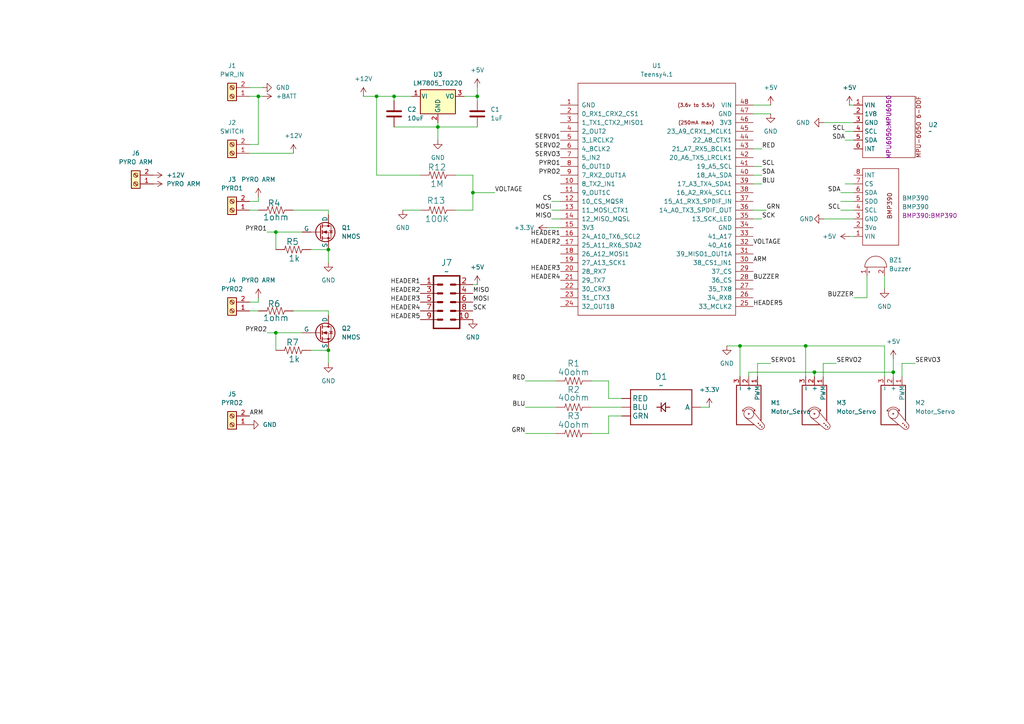
<source format=kicad_sch>
(kicad_sch (version 20250114) (generator "eeschema") (generator_version "9.0")
  (paper "A4")
  (lib_symbols
    (symbol "BMP390:BMP390"
      (property "Reference" "U3" (at 12.7 0.7939 0))
      (property "Value" "BMP390" (at 12.7 -1.1112 0))
      (property "Footprint" "BMP390:BMP390" (at 0 0 0))
      (symbol "BMP390_0_1"
        (rectangle (start 11.43 -5.08) (end -10.795 5.3975))
      )
      (symbol "BMP390_1_1"
        (text "BMP390\n" (at 0 2.794 0) (effects (font (size 1.27 1.27))))
        (pin input line (at -8.89 -7.62 90) (length 2.54) (name "INT") (number "8"))
        (pin input line (at -6.35 -7.62 90) (length 2.54) (name "CS") (number "7"))
        (pin input line (at -3.81 -7.62 90) (length 2.54) (name "SDA") (number "6"))
        (pin input line (at -1.27 -7.62 90) (length 2.54) (name "SDO") (number "5"))
        (pin input line (at 1.27 -7.62 90) (length 2.54) (name "SCL") (number "4"))
        (pin input line (at 3.81 -7.62 90) (length 2.54) (name "GND") (number "3"))
        (pin input line (at 6.35 -7.62 90) (length 2.54) (name "3Vo") (number "2"))
        (pin input line (at 8.89 -7.62 90) (length 2.54) (name "VIN") (number "1"))
      )
    )
    (symbol "Connector:Screw_Terminal_01x02" (pin_names (offset 1.016) (hide yes))
      (property "Reference" "J1" (at 1.2701 -5.08 90))
      (property "Value" "Screw_Terminal_01x02" (at -1.2699 -5.08 90))
      (symbol "Screw_Terminal_01x02_1_1"
        (rectangle (start -1.27 1.27) (end 1.27 -3.81) (stroke (width 0.254)) (fill (type background)))
        (polyline (pts (xy -0.5334 0.3302) (xy 0.3302 -0.508)) (stroke (width 0.1524)))
        (polyline (pts (xy -0.5334 -2.2098) (xy 0.3302 -3.048)) (stroke (width 0.1524)))
        (polyline (pts (xy -0.3556 0.508) (xy 0.508 -0.3302)) (stroke (width 0.1524)))
        (polyline (pts (xy -0.3556 -2.032) (xy 0.508 -2.8702)) (stroke (width 0.1524)))
        (circle (center 0 0) (radius 0.635) (stroke (width 0.1524)))
        (circle (center 0 -2.54) (radius 0.635) (stroke (width 0.1524)))
        (pin passive line (at -5.08 0 0) (length 3.81) (name "Pin_1") (number "1"))
        (pin passive line (at -5.08 -2.54 0) (length 3.81) (name "Pin_2") (number "2"))
      )
    )
    (symbol "Device:Buzzer" (pin_names (offset 0.0254) (hide yes))
      (property "Reference" "BZ" (at 3.81 1.27 0))
      (property "Value" "Buzzer" (at 3.81 -1.27 0))
      (symbol "Buzzer_0_1"
        (polyline (pts (xy -1.651 1.905) (xy -1.143 1.905)))
        (polyline (pts (xy -1.397 2.159) (xy -1.397 1.651)))
        (arc (start 0 3.175) (mid 3.1612 0) (end 0 -3.175))
        (polyline (pts (xy 0 3.175) (xy 0 -3.175)))
      )
      (symbol "Buzzer_1_1"
        (pin passive line (at -2.54 2.54 0) (length 2.54) (name "+") (number "1"))
        (pin passive line (at -2.54 -2.54 0) (length 2.54) (name "-") (number "2"))
      )
    )
    (symbol "Device:C" (pin_numbers (hide yes)) (pin_names (offset 0.254))
      (property "Reference" "C" (at 0.635 2.54 0))
      (property "Value" "C" (at 0.635 -2.54 0))
      (symbol "C_0_1"
        (polyline (pts (xy -2.032 0.762) (xy 2.032 0.762)) (stroke (width 0.508)))
        (polyline (pts (xy -2.032 -0.762) (xy 2.032 -0.762)) (stroke (width 0.508)))
      )
      (symbol "C_1_1"
        (pin passive line (at 0 3.81 270) (length 2.794) (name "~") (number "1"))
        (pin passive line (at 0 -3.81 90) (length 2.794) (name "~") (number "2"))
      )
    )
    (symbol "MPU6050:MPU6050"
      (property "Reference" "U2" (at -0.6351 11.43 90))
      (property "Value" "~" (at 1.27 11.43 90))
      (property "Footprint" "MPU6050:MPU6050" (at 0 0 0))
      (symbol "MPU6050_0_1"
        (rectangle (start -8.89 7.62) (end 8.89 -7.62))
      )
      (symbol "MPU6050_1_1"
        (text "MPU-6050 6-DOF\n" (at 0 8.636 0) (effects (font (size 1.27 1.27))))
        (pin input line (at -6.35 -10.16 90) (length 2.54) (name "VIN") (number "1"))
        (pin input line (at -3.81 -10.16 90) (length 2.54) (name "1V8") (number "2"))
        (pin input line (at -1.27 -10.16 90) (length 2.54) (name "GND") (number "3"))
        (pin input line (at 1.27 -10.16 90) (length 2.54) (name "SCL") (number "4"))
        (pin input line (at 3.81 -10.16 90) (length 2.54) (name "SDA") (number "5"))
        (pin input line (at 6.35 -10.16 90) (length 2.54) (name "INT") (number "6"))
      )
    )
    (symbol "Motor:Motor_Servo" (pin_names (offset 0.0254))
      (property "Reference" "M" (at -5.08 4.445 0))
      (property "Value" "Motor_Servo" (at -5.08 -4.064 0))
      (symbol "Motor_Servo_0_1"
        (polyline (pts (xy 2.413 1.778) (xy 1.905 1.778)))
        (polyline (pts (xy 2.413 1.778) (xy 2.286 1.397)))
        (polyline (pts (xy 2.413 -1.778) (xy 2.032 -1.778)))
        (polyline (pts (xy 2.413 -1.778) (xy 2.286 -1.397)))
        (arc (start 2.413 -1.778) (mid 1.2406 0) (end 2.413 1.778))
        (circle (center 3.175 0) (radius 0.1778))
        (circle (center 3.175 0) (radius 1.4224))
        (polyline (pts (xy 5.08 3.556) (xy -5.08 3.556) (xy -5.08 -3.556) (xy 6.35 -3.556) (xy 6.35 1.524)) (stroke (width 0.254)))
        (circle (center 5.969 2.794) (radius 0.127))
        (polyline (pts (xy 6.35 4.445) (xy 2.54 1.27)))
        (circle (center 6.477 3.302) (radius 0.127))
        (arc (start 6.35 4.445) (mid 7.4487 4.2737) (end 7.62 3.175))
        (circle (center 6.985 3.81) (radius 0.127))
        (polyline (pts (xy 7.62 3.175) (xy 4.191 -1.016)))
      )
      (symbol "Motor_Servo_1_1"
        (pin passive line (at -7.62 2.54 0) (length 2.54) (name "PWM") (number "1"))
        (pin passive line (at -7.62 0 0) (length 2.54) (name "+") (number "2"))
        (pin passive line (at -7.62 -2.54 0) (length 2.54) (name "-") (number "3"))
      )
    )
    (symbol "Regulator_Linear:LM7805_TO220" (pin_names (offset 0.254))
      (property "Reference" "U" (at -3.81 3.175 0))
      (property "Value" "LM7805_TO220" (at 0 3.175 0))
      (symbol "LM7805_TO220_0_1"
        (rectangle (start -5.08 1.905) (end 5.08 -5.08) (stroke (width 0.254)) (fill (type background)))
      )
      (symbol "LM7805_TO220_1_1"
        (pin power_in line (at -7.62 0 0) (length 2.54) (name "VI") (number "1"))
        (pin power_in line (at 0 -7.62 90) (length 2.54) (name "GND") (number "2"))
        (pin power_out line (at 7.62 0 180) (length 2.54) (name "VO") (number "3"))
      )
    )
    (symbol "Simulation_SPICE:NMOS" (pin_numbers (hide yes)) (pin_names (offset 0))
      (property "Reference" "Q" (at 5.08 1.27 0))
      (property "Value" "NMOS" (at 5.08 -1.27 0))
      (symbol "NMOS_0_1"
        (polyline (pts (xy 0.254 1.905) (xy 0.254 -1.905)) (stroke (width 0.254)))
        (polyline (pts (xy 0.254 0) (xy -2.54 0)))
        (polyline (pts (xy 0.762 2.286) (xy 0.762 1.27)) (stroke (width 0.254)))
        (polyline (pts (xy 0.762 0.508) (xy 0.762 -0.508)) (stroke (width 0.254)))
        (polyline (pts (xy 0.762 -1.27) (xy 0.762 -2.286)) (stroke (width 0.254)))
        (polyline (pts (xy 0.762 -1.778) (xy 3.302 -1.778) (xy 3.302 1.778) (xy 0.762 1.778)))
        (polyline (pts (xy 1.016 0) (xy 2.032 0.381) (xy 2.032 -0.381) (xy 1.016 0)) (fill (type outline)))
        (circle (center 1.651 0) (radius 2.794) (stroke (width 0.254)))
        (polyline (pts (xy 2.54 2.54) (xy 2.54 1.778)))
        (circle (center 2.54 1.778) (radius 0.254) (fill (type outline)))
        (circle (center 2.54 -1.778) (radius 0.254) (fill (type outline)))
        (polyline (pts (xy 2.54 -2.54) (xy 2.54 0) (xy 0.762 0)))
        (polyline (pts (xy 2.794 0.508) (xy 2.921 0.381) (xy 3.683 0.381) (xy 3.81 0.254)))
        (polyline (pts (xy 3.302 0.381) (xy 2.921 -0.254) (xy 3.683 -0.254) (xy 3.302 0.381)))
      )
      (symbol "NMOS_1_1"
        (pin input line (at -5.08 0 0) (length 2.54) (name "G") (number "2"))
        (pin passive line (at 2.54 5.08 270) (length 2.54) (name "D") (number "1"))
        (pin passive line (at 2.54 -5.08 90) (length 2.54) (name "S") (number "3"))
      )
    )
    (symbol "SparkFun-Connectors:CONN_05X2NO_SILK"
      (property "Reference" "J" (at -3.81 8.128 0))
      (symbol "CONN_05X2NO_SILK_1_0"
        (polyline (pts (xy -3.81 7.62) (xy -3.81 -7.62)) (stroke (width 0.4064)))
        (polyline (pts (xy -3.81 7.62) (xy 3.81 7.62)) (stroke (width 0.4064)))
        (polyline (pts (xy -1.27 5.08) (xy -2.54 5.08)) (stroke (width 0.6096)))
        (polyline (pts (xy -1.27 2.54) (xy -2.54 2.54)) (stroke (width 0.6096)))
        (polyline (pts (xy -1.27 0) (xy -2.54 0)) (stroke (width 0.6096)))
        (polyline (pts (xy -1.27 -2.54) (xy -2.54 -2.54)) (stroke (width 0.6096)))
        (polyline (pts (xy -1.27 -5.08) (xy -2.54 -5.08)) (stroke (width 0.6096)))
        (polyline (pts (xy 1.27 5.08) (xy 2.54 5.08)) (stroke (width 0.6096)))
        (polyline (pts (xy 1.27 2.54) (xy 2.54 2.54)) (stroke (width 0.6096)))
        (polyline (pts (xy 1.27 0) (xy 2.54 0)) (stroke (width 0.6096)))
        (polyline (pts (xy 1.27 -2.54) (xy 2.54 -2.54)) (stroke (width 0.6096)))
        (polyline (pts (xy 1.27 -5.08) (xy 2.54 -5.08)) (stroke (width 0.6096)))
        (polyline (pts (xy 3.81 -7.62) (xy -3.81 -7.62)) (stroke (width 0.4064)))
        (polyline (pts (xy 3.81 -7.62) (xy 3.81 7.62)) (stroke (width 0.4064)))
        (pin passive line (at -7.62 5.08 0) (length 5.08) (name "1") (number "1"))
        (pin passive line (at -7.62 2.54 0) (length 5.08) (name "3") (number "3"))
        (pin passive line (at -7.62 0 0) (length 5.08) (name "5") (number "5"))
        (pin passive line (at -7.62 -2.54 0) (length 5.08) (name "7") (number "7"))
        (pin passive line (at -7.62 -5.08 0) (length 5.08) (name "9") (number "9"))
        (pin passive line (at 7.62 5.08 180) (length 5.08) (name "2") (number "2"))
        (pin passive line (at 7.62 2.54 180) (length 5.08) (name "4") (number "4"))
        (pin passive line (at 7.62 0 180) (length 5.08) (name "6") (number "6"))
        (pin passive line (at 7.62 -2.54 180) (length 5.08) (name "8") (number "8"))
        (pin passive line (at 7.62 -5.08 180) (length 5.08) (name "10") (number "10"))
      )
    )
    (symbol "SparkFun-LED:LED-RGB-CADIFFUSE"
      (property "Reference" "D" (at -7.62 5.3975 0))
      (symbol "LED-RGB-CADIFFUSE_1_0"
        (polyline (pts (xy -7.62 5.08) (xy 10.16 5.08)) (stroke (width 0.254)))
        (polyline (pts (xy -7.62 -5.08) (xy -7.62 5.08)) (stroke (width 0.254)))
        (polyline (pts (xy 1.27 0) (xy 0 0)) (stroke (width 0.254)))
        (polyline (pts (xy 1.27 0) (xy 1.27 1.27)) (stroke (width 0.254)))
        (polyline (pts (xy 1.27 0) (xy 2.54 -1.27)) (stroke (width 0.254)))
        (polyline (pts (xy 1.27 -1.27) (xy 1.27 0)) (stroke (width 0.254)))
        (polyline (pts (xy 2.54 1.27) (xy 1.27 0)) (stroke (width 0.254)))
        (polyline (pts (xy 2.54 0) (xy 2.54 1.27)) (stroke (width 0.254)))
        (polyline (pts (xy 2.54 0) (xy 3.81 0)) (stroke (width 0.254)))
        (polyline (pts (xy 2.54 -1.27) (xy 2.54 0)) (stroke (width 0.254)))
        (polyline (pts (xy 10.16 5.08) (xy 10.16 -5.08)) (stroke (width 0.254)))
        (polyline (pts (xy 10.16 -5.08) (xy -7.62 -5.08)) (stroke (width 0.254)))
        (pin bidirectional line (at -10.16 2.54 0) (length 2.54) (name "RED") (number "1"))
        (pin bidirectional line (at -10.16 0 0) (length 2.54) (name "BLU") (number "4"))
        (pin bidirectional line (at -10.16 -2.54 0) (length 2.54) (name "GRN") (number "3"))
        (pin bidirectional line (at 12.7 0 180) (length 2.54) (name "A") (number "2"))
      )
    )
    (symbol "SparkFun-Resistors:RESISTOR0402"
      (property "Reference" "R" (at 0 1.524 0))
      (symbol "RESISTOR0402_1_0"
        (polyline (pts (xy -2.54 0) (xy -2.159 1.016)) (stroke (width 0.1524)))
        (polyline (pts (xy -2.159 1.016) (xy -1.524 -1.016)) (stroke (width 0.1524)))
        (polyline (pts (xy -1.524 -1.016) (xy -0.889 1.016)) (stroke (width 0.1524)))
        (polyline (pts (xy -0.889 1.016) (xy -0.254 -1.016)) (stroke (width 0.1524)))
        (polyline (pts (xy -0.254 -1.016) (xy 0.381 1.016)) (stroke (width 0.1524)))
        (polyline (pts (xy 0.381 1.016) (xy 1.016 -1.016)) (stroke (width 0.1524)))
        (polyline (pts (xy 1.016 -1.016) (xy 1.651 1.016)) (stroke (width 0.1524)))
        (polyline (pts (xy 1.651 1.016) (xy 2.286 -1.016)) (stroke (width 0.1524)))
        (polyline (pts (xy 2.286 -1.016) (xy 2.54 0)) (stroke (width 0.1524)))
        (pin passive line (at -5.08 0 0) (length 2.54) (name "1") (number "1"))
        (pin passive line (at 5.08 0 180) (length 2.54) (name "2") (number "2"))
      )
    )
    (symbol "power:+12V" (power) (pin_numbers (hide yes)) (pin_names (offset 0) (hide yes))
      (property "Value" "+12V" (at 0 3.556 0))
      (symbol "+12V_0_1"
        (polyline (pts (xy -0.762 1.27) (xy 0 2.54)))
        (polyline (pts (xy 0 2.54) (xy 0.762 1.27)))
        (polyline (pts (xy 0 0) (xy 0 2.54)))
      )
      (symbol "+12V_1_1"
        (pin power_in line (at 0 0 90) (length 0) (name "~") (number "1"))
      )
    )
    (symbol "power:+3.3V" (power) (pin_numbers (hide yes)) (pin_names (offset 0) (hide yes))
      (property "Value" "+3.3V" (at 0 3.556 0))
      (symbol "+3.3V_0_1"
        (polyline (pts (xy -0.762 1.27) (xy 0 2.54)))
        (polyline (pts (xy 0 2.54) (xy 0.762 1.27)))
        (polyline (pts (xy 0 0) (xy 0 2.54)))
      )
      (symbol "+3.3V_1_1"
        (pin power_in line (at 0 0 90) (length 0) (name "~") (number "1"))
      )
    )
    (symbol "power:+5V" (power) (pin_numbers (hide yes)) (pin_names (offset 0) (hide yes))
      (property "Value" "+5V" (at 0 3.556 0))
      (symbol "+5V_0_1"
        (polyline (pts (xy -0.762 1.27) (xy 0 2.54)))
        (polyline (pts (xy 0 2.54) (xy 0.762 1.27)))
        (polyline (pts (xy 0 0) (xy 0 2.54)))
      )
      (symbol "+5V_1_1"
        (pin power_in line (at 0 0 90) (length 0) (name "~") (number "1"))
      )
    )
    (symbol "power:+BATT" (power) (pin_numbers (hide yes)) (pin_names (offset 0) (hide yes))
      (property "Value" "+BATT" (at 0 3.556 0))
      (symbol "+BATT_0_1"
        (polyline (pts (xy -0.762 1.27) (xy 0 2.54)))
        (polyline (pts (xy 0 2.54) (xy 0.762 1.27)))
        (polyline (pts (xy 0 0) (xy 0 2.54)))
      )
      (symbol "+BATT_1_1"
        (pin power_in line (at 0 0 90) (length 0) (name "~") (number "1"))
      )
    )
    (symbol "power:GND" (power) (pin_numbers (hide yes)) (pin_names (offset 0) (hide yes))
      (property "Value" "GND" (at 0 -3.81 0))
      (symbol "GND_0_1"
        (polyline (pts (xy 0 0) (xy 0 -1.27) (xy 1.27 -1.27) (xy 0 -2.54) (xy -1.27 -1.27) (xy 0 -1.27)))
      )
      (symbol "GND_1_1"
        (pin power_in line (at 0 0 270) (length 0) (name "~") (number "1"))
      )
    )
    (symbol "teensy:Teensy4.1" (pin_names (offset 1.016))
      (property "Reference" "U1" (at 0 66.04 0))
      (property "Value" "Teensy4.1" (at 0 63.5 0))
      (symbol "Teensy4.1_0_0"
        (text "(3.6v to 5.5v)" (at 11.43 54.61 0) (effects (font (size 1.016 1.016))))
        (text "(250mA max)" (at 11.43 49.53 0) (effects (font (size 1.016 1.016))))
        (pin bidirectional line (at -27.94 44.45 0) (length 5.08) (name "3_LRCLK2") (number "5"))
        (pin bidirectional line (at -27.94 41.91 0) (length 5.08) (name "4_BCLK2") (number "6"))
        (pin bidirectional line (at -27.94 39.37 0) (length 5.08) (name "5_IN2") (number "7"))
        (pin bidirectional line (at -27.94 36.83 0) (length 5.08) (name "6_OUT1D") (number "8"))
        (pin bidirectional line (at -27.94 34.29 0) (length 5.08) (name "7_RX2_OUT1A") (number "9"))
        (pin bidirectional line (at -27.94 31.75 0) (length 5.08) (name "8_TX2_IN1") (number "10"))
        (pin bidirectional line (at -27.94 29.21 0) (length 5.08) (name "9_OUT1C") (number "11"))
        (pin bidirectional line (at -27.94 26.67 0) (length 5.08) (name "10_CS_MQSR") (number "12"))
        (pin bidirectional line (at -27.94 24.13 0) (length 5.08) (name "11_MOSI_CTX1") (number "13"))
        (pin bidirectional line (at -27.94 21.59 0) (length 5.08) (name "12_MISO_MQSL") (number "14"))
        (pin power_in line (at -27.94 19.05 0) (length 5.08) (name "3V3") (number "15"))
        (pin bidirectional line (at -27.94 16.51 0) (length 5.08) (name "24_A10_TX6_SCL2") (number "16"))
        (pin bidirectional line (at -27.94 13.97 0) (length 5.08) (name "25_A11_RX6_SDA2") (number "17"))
        (pin bidirectional line (at -27.94 11.43 0) (length 5.08) (name "26_A12_MOSI1") (number "18"))
        (pin bidirectional line (at -27.94 8.89 0) (length 5.08) (name "27_A13_SCK1") (number "19"))
        (pin bidirectional line (at -27.94 6.35 0) (length 5.08) (name "28_RX7") (number "20"))
        (pin bidirectional line (at -27.94 3.81 0) (length 5.08) (name "29_TX7") (number "21"))
        (pin bidirectional line (at -27.94 1.27 0) (length 5.08) (name "30_CRX3") (number "22"))
        (pin bidirectional line (at -27.94 -1.27 0) (length 5.08) (name "31_CTX3") (number "23"))
        (pin bidirectional line (at -27.94 -3.81 0) (length 5.08) (name "32_OUT1B") (number "24"))
        (pin power_in line (at 27.94 54.61 180) (length 5.08) (name "VIN") (number "48"))
        (pin output line (at 27.94 52.07 180) (length 5.08) (name "GND") (number "47"))
        (pin output line (at 27.94 49.53 180) (length 5.08) (name "3V3") (number "46"))
        (pin bidirectional line (at 27.94 46.99 180) (length 5.08) (name "23_A9_CRX1_MCLK1") (number "45"))
        (pin bidirectional line (at 27.94 44.45 180) (length 5.08) (name "22_A8_CTX1") (number "44"))
        (pin bidirectional line (at 27.94 41.91 180) (length 5.08) (name "21_A7_RX5_BCLK1") (number "43"))
        (pin bidirectional line (at 27.94 39.37 180) (length 5.08) (name "20_A6_TX5_LRCLK1") (number "42"))
        (pin bidirectional line (at 27.94 36.83 180) (length 5.08) (name "19_A5_SCL") (number "41"))
        (pin bidirectional line (at 27.94 34.29 180) (length 5.08) (name "18_A4_SDA") (number "40"))
        (pin bidirectional line (at 27.94 31.75 180) (length 5.08) (name "17_A3_TX4_SDA1") (number "39"))
        (pin bidirectional line (at 27.94 29.21 180) (length 5.08) (name "16_A2_RX4_SCL1") (number "38"))
        (pin bidirectional line (at 27.94 26.67 180) (length 5.08) (name "15_A1_RX3_SPDIF_IN") (number "37"))
        (pin bidirectional line (at 27.94 24.13 180) (length 5.08) (name "14_A0_TX3_SPDIF_OUT") (number "36"))
        (pin bidirectional line (at 27.94 21.59 180) (length 5.08) (name "13_SCK_LED") (number "35"))
        (pin bidirectional line (at 27.94 16.51 180) (length 5.08) (name "41_A17") (number "33"))
        (pin bidirectional line (at 27.94 13.97 180) (length 5.08) (name "40_A16") (number "32"))
        (pin bidirectional line (at 27.94 11.43 180) (length 5.08) (name "39_MISO1_OUT1A") (number "31"))
        (pin bidirectional line (at 27.94 8.89 180) (length 5.08) (name "38_CS1_IN1") (number "30"))
        (pin bidirectional line (at 27.94 6.35 180) (length 5.08) (name "37_CS") (number "29"))
        (pin bidirectional line (at 27.94 3.81 180) (length 5.08) (name "36_CS") (number "28"))
        (pin bidirectional line (at 27.94 1.27 180) (length 5.08) (name "35_TX8") (number "27"))
        (pin bidirectional line (at 27.94 -1.27 180) (length 5.08) (name "34_RX8") (number "26"))
        (pin bidirectional line (at 27.94 -3.81 180) (length 5.08) (name "33_MCLK2") (number "25"))
      )
      (symbol "Teensy4.1_0_1"
        (rectangle (start -22.86 60.96) (end 22.86 -6.35))
        (rectangle (start -20.32 -1.27) (end -20.32 -1.27))
      )
      (symbol "Teensy4.1_1_1"
        (pin power_in line (at -27.94 54.61 0) (length 5.08) (name "GND") (number "1"))
        (pin bidirectional line (at -27.94 52.07 0) (length 5.08) (name "0_RX1_CRX2_CS1") (number "2"))
        (pin bidirectional line (at -27.94 49.53 0) (length 5.08) (name "1_TX1_CTX2_MISO1") (number "3"))
        (pin bidirectional line (at -27.94 46.99 0) (length 5.08) (name "2_OUT2") (number "4"))
        (pin power_in line (at 27.94 19.05 180) (length 5.08) (name "GND") (number "34"))
      )
    )
  )
  (junction (at 259.08 107.95))
  (junction (at 233.68 100.33))
  (junction (at 95.25 72.39))
  (junction (at 236.22 107.95))
  (junction (at 95.25 101.6))
  (junction (at 74.93 27.94))
  (junction (at 80.01 96.52))
  (junction (at 109.22 27.94))
  (junction (at 138.43 27.94))
  (junction (at 80.01 67.31))
  (junction (at 114.3 27.94))
  (junction (at 127 36.83))
  (junction (at 214.63 100.33))
  (junction (at 137.16 55.88))
  (wire (pts (xy 243.84 60.96) (xy 247.65 60.96)))
  (wire (pts (xy 243.84 58.42) (xy 247.65 58.42)))
  (wire (pts (xy 138.43 27.94) (xy 138.43 29.21)))
  (wire (pts (xy 245.11 40.64) (xy 247.65 40.64)))
  (wire (pts (xy 137.16 50.8) (xy 137.16 55.88)))
  (wire (pts (xy 132.08 50.8) (xy 137.16 50.8)))
  (wire (pts (xy 160.02 60.96) (xy 162.56 60.96)))
  (wire (pts (xy 85.09 90.17) (xy 95.25 90.17)))
  (wire (pts (xy 114.3 27.94) (xy 119.38 27.94)))
  (wire (pts (xy 222.25 60.96) (xy 218.44 60.96)))
  (wire (pts (xy 214.63 100.33) (xy 233.68 100.33)))
  (wire (pts (xy 219.71 109.22) (xy 219.71 105.41)))
  (wire (pts (xy 259.08 107.95) (xy 259.08 109.22)))
  (wire (pts (xy 116.84 60.96) (xy 121.92 60.96)))
  (wire (pts (xy 171.45 125.73) (xy 176.53 125.73)))
  (wire (pts (xy 220.98 43.18) (xy 218.44 43.18)))
  (wire (pts (xy 72.39 60.96) (xy 74.93 60.96)))
  (wire (pts (xy 205.74 118.11) (xy 203.2 118.11)))
  (wire (pts (xy 251.46 80.01) (xy 251.46 86.36)))
  (wire (pts (xy 217.17 107.95) (xy 217.17 109.22)))
  (wire (pts (xy 74.93 86.36) (xy 74.93 87.63)))
  (wire (pts (xy 238.76 105.41) (xy 242.57 105.41)))
  (wire (pts (xy 238.76 35.56) (xy 247.65 35.56)))
  (wire (pts (xy 95.25 90.17) (xy 95.25 91.44)))
  (wire (pts (xy 74.93 58.42) (xy 74.93 57.15)))
  (wire (pts (xy 95.25 101.6) (xy 95.25 105.41)))
  (wire (pts (xy 176.53 110.49) (xy 176.53 115.57)))
  (wire (pts (xy 160.02 63.5) (xy 162.56 63.5)))
  (wire (pts (xy 137.16 60.96) (xy 132.08 60.96)))
  (wire (pts (xy 236.22 107.95) (xy 236.22 109.22)))
  (wire (pts (xy 247.65 86.36) (xy 251.46 86.36)))
  (wire (pts (xy 214.63 109.22) (xy 214.63 100.33)))
  (wire (pts (xy 114.3 29.21) (xy 114.3 27.94)))
  (wire (pts (xy 72.39 25.4) (xy 76.2 25.4)))
  (wire (pts (xy 95.25 72.39) (xy 95.25 76.2)))
  (wire (pts (xy 90.17 101.6) (xy 95.25 101.6)))
  (wire (pts (xy 218.44 33.02) (xy 223.52 33.02)))
  (wire (pts (xy 243.84 55.88) (xy 247.65 55.88)))
  (wire (pts (xy 152.4 125.73) (xy 161.29 125.73)))
  (wire (pts (xy 80.01 96.52) (xy 87.63 96.52)))
  (wire (pts (xy 236.22 107.95) (xy 217.17 107.95)))
  (wire (pts (xy 90.17 72.39) (xy 95.25 72.39)))
  (wire (pts (xy 220.98 50.8) (xy 218.44 50.8)))
  (wire (pts (xy 137.16 55.88) (xy 143.51 55.88)))
  (wire (pts (xy 114.3 36.83) (xy 127 36.83)))
  (wire (pts (xy 176.53 115.57) (xy 180.34 115.57)))
  (wire (pts (xy 171.45 110.49) (xy 176.53 110.49)))
  (wire (pts (xy 233.68 100.33) (xy 233.68 109.22)))
  (wire (pts (xy 127 36.83) (xy 127 40.64)))
  (wire (pts (xy 176.53 120.65) (xy 180.34 120.65)))
  (wire (pts (xy 219.71 105.41) (xy 223.52 105.41)))
  (wire (pts (xy 105.41 27.94) (xy 109.22 27.94)))
  (wire (pts (xy 158.75 66.04) (xy 162.56 66.04)))
  (wire (pts (xy 138.43 25.4) (xy 138.43 27.94)))
  (wire (pts (xy 152.4 110.49) (xy 161.29 110.49)))
  (wire (pts (xy 171.45 118.11) (xy 180.34 118.11)))
  (wire (pts (xy 137.16 82.55) (xy 138.43 82.55)))
  (wire (pts (xy 245.11 38.1) (xy 247.65 38.1)))
  (wire (pts (xy 261.62 105.41) (xy 265.43 105.41)))
  (wire (pts (xy 74.93 27.94) (xy 74.93 41.91)))
  (wire (pts (xy 72.39 90.17) (xy 74.93 90.17)))
  (wire (pts (xy 74.93 27.94) (xy 72.39 27.94)))
  (wire (pts (xy 220.98 53.34) (xy 218.44 53.34)))
  (wire (pts (xy 220.98 63.5) (xy 218.44 63.5)))
  (wire (pts (xy 80.01 96.52) (xy 80.01 101.6)))
  (wire (pts (xy 259.08 104.14) (xy 259.08 107.95)))
  (wire (pts (xy 220.98 48.26) (xy 218.44 48.26)))
  (wire (pts (xy 160.02 58.42) (xy 162.56 58.42)))
  (wire (pts (xy 109.22 50.8) (xy 109.22 27.94)))
  (wire (pts (xy 127 35.56) (xy 127 36.83)))
  (wire (pts (xy 137.16 55.88) (xy 137.16 60.96)))
  (wire (pts (xy 76.2 27.94) (xy 74.93 27.94)))
  (wire (pts (xy 238.76 109.22) (xy 238.76 105.41)))
  (wire (pts (xy 152.4 118.11) (xy 161.29 118.11)))
  (wire (pts (xy 261.62 109.22) (xy 261.62 105.41)))
  (wire (pts (xy 77.47 96.52) (xy 80.01 96.52)))
  (wire (pts (xy 80.01 67.31) (xy 80.01 72.39)))
  (wire (pts (xy 109.22 50.8) (xy 121.92 50.8)))
  (wire (pts (xy 210.82 100.33) (xy 214.63 100.33)))
  (wire (pts (xy 246.38 68.58) (xy 247.65 68.58)))
  (wire (pts (xy 238.76 63.5) (xy 247.65 63.5)))
  (wire (pts (xy 236.22 107.95) (xy 259.08 107.95)))
  (wire (pts (xy 109.22 27.94) (xy 114.3 27.94)))
  (wire (pts (xy 233.68 100.33) (xy 256.54 100.33)))
  (wire (pts (xy 127 36.83) (xy 138.43 36.83)))
  (wire (pts (xy 72.39 58.42) (xy 74.93 58.42)))
  (wire (pts (xy 80.01 67.31) (xy 87.63 67.31)))
  (wire (pts (xy 245.11 53.34) (xy 247.65 53.34)))
  (wire (pts (xy 134.62 27.94) (xy 138.43 27.94)))
  (wire (pts (xy 256.54 80.01) (xy 256.54 83.82)))
  (wire (pts (xy 72.39 44.45) (xy 85.09 44.45)))
  (wire (pts (xy 74.93 41.91) (xy 72.39 41.91)))
  (wire (pts (xy 246.38 30.48) (xy 247.65 30.48)))
  (wire (pts (xy 218.44 30.48) (xy 223.52 30.48)))
  (wire (pts (xy 256.54 100.33) (xy 256.54 109.22)))
  (wire (pts (xy 176.53 125.73) (xy 176.53 120.65)))
  (wire (pts (xy 74.93 87.63) (xy 72.39 87.63)))
  (wire (pts (xy 85.09 60.96) (xy 95.25 60.96)))
  (wire (pts (xy 95.25 60.96) (xy 95.25 62.23)))
  (wire (pts (xy 77.47 67.31) (xy 80.01 67.31)))
  (label "SERVO2" (at 162.56 43.18 180))
  (label "SDA" (at 245.11 40.64 180))
  (label "SDA" (at 220.98 50.8 0))
  (label "SCK" (at 137.16 90.17 0))
  (label "VOLTAGE" (at 218.44 71.12 0))
  (label "RED" (at 220.98 43.18 0))
  (label "MISO" (at 160.02 63.5 180))
  (label "HEADER5" (at 218.44 88.9 0))
  (label "SERVO1" (at 223.52 105.41 0))
  (label "BLU" (at 220.98 53.34 0))
  (label "SERVO3" (at 265.43 105.41 0))
  (label "BUZZER" (at 247.65 86.36 180))
  (label "GRN" (at 152.4 125.73 180))
  (label "HEADER3" (at 121.92 87.63 180))
  (label "MOSI" (at 160.02 60.96 180))
  (label "PYRO1" (at 77.47 67.31 180))
  (label "SCL" (at 220.98 48.26 0))
  (label "RED" (at 152.4 110.49 180))
  (label "HEADER1" (at 162.56 68.58 180))
  (label "MOSI" (at 137.16 87.63 0))
  (label "SCL" (at 243.84 60.96 180))
  (label "PYRO2" (at 77.47 96.52 180))
  (label "CS" (at 160.02 58.42 180))
  (label "SCL" (at 245.11 38.1 180))
  (label "SERVO3" (at 162.56 45.72 180))
  (label "HEADER4" (at 121.92 90.17 180))
  (label "ARM" (at 72.39 120.65 0))
  (label "BUZZER" (at 218.44 81.28 0))
  (label "ARM" (at 218.44 76.2 0))
  (label "BLU" (at 152.4 118.11 180))
  (label "SCK" (at 220.98 63.5 0))
  (label "HEADER3" (at 162.56 78.74 180))
  (label "HEADER1" (at 121.92 82.55 180))
  (label "SERVO2" (at 242.57 105.41 0))
  (label "PYRO1" (at 162.56 48.26 180))
  (label "HEADER2" (at 162.56 71.12 180))
  (label "HEADER5" (at 121.92 92.71 180))
  (label "HEADER4" (at 162.56 81.28 180))
  (label "VOLTAGE" (at 143.51 55.88 0))
  (label "SDA" (at 243.84 55.88 180))
  (label "GRN" (at 222.25 60.96 0))
  (label "PYRO2" (at 162.56 50.8 180))
  (label "SERVO1" (at 162.56 40.64 180))
  (label "HEADER2" (at 121.92 85.09 180))
  (label "MISO" (at 137.16 85.09 0))
  (symbol (lib_id "MPU6050:MPU6050") (at 257.81 36.83 270) (unit 1)
    (property "Reference" "U2" (at 269.24 36.1949 90) (effects (justify left)))
    (property "Value" "~" (at 269.24 38.1 90) (effects (justify left)))
    (property "Footprint" "MPU6050:MPU6050" (at 257.81 36.83 0))
  )
  (symbol (lib_id "Connector:Screw_Terminal_01x02") (at 39.37 53.34 180) (unit 1)
    (property "Reference" "J6" (at 39.37 44.45 0))
    (property "Value" "PYRO ARM" (at 39.37 46.99 0))
    (property "Footprint" "TerminalBlock:TerminalBlock_MaiXu_MX126-5.0-02P_1x02_P5.00mm" (effects (hide yes)))
    (property "Description" "Generic screw terminal, single row, 01x02, script generated (kicad-library-utils/schlib/autogen/connector/)" (effects (hide yes)))
  )
  (symbol (lib_id "power:GND") (at 95.25 105.41 0) (unit 1)
    (property "Reference" "#PWR02" (effects (hide yes)))
    (property "Value" "GND" (at 95.25 110.49 0))
    (property "Description" "Power symbol creates a global label with name \"GND\" , ground" (effects (hide yes)))
  )
  (symbol (lib_id "Connector:Screw_Terminal_01x02") (at 67.31 44.45 180) (unit 1)
    (property "Reference" "J2" (at 67.31 35.56 0))
    (property "Value" "SWITCH" (at 67.31 38.1 0))
    (property "Footprint" "TerminalBlock:TerminalBlock_MaiXu_MX126-5.0-02P_1x02_P5.00mm" (effects (hide yes)))
    (property "Description" "Generic screw terminal, single row, 01x02, script generated (kicad-library-utils/schlib/autogen/connector/)" (effects (hide yes)))
  )
  (symbol (lib_id "power:GND") (at 256.54 83.82 0) (unit 1)
    (property "Reference" "#PWR017" (effects (hide yes)))
    (property "Value" "GND" (at 256.54 88.9 0))
    (property "Description" "Power symbol creates a global label with name \"GND\" , ground" (effects (hide yes)))
  )
  (symbol (lib_id "power:+12V") (at 44.45 53.34 270) (unit 1)
    (property "Reference" "#PWR027" (effects (hide yes)))
    (property "Value" "PYRO ARM" (at 48.26 53.3399 90) (effects (justify left)))
    (property "Description" "Power symbol creates a global label with name \"+12V\"" (effects (hide yes)))
  )
  (symbol (lib_id "power:+5V") (at 259.08 104.14 0) (unit 1)
    (property "Reference" "#PWR016" (effects (hide yes)))
    (property "Value" "+5V" (at 259.08 99.06 0))
    (property "Description" "Power symbol creates a global label with name \"+5V\"" (effects (hide yes)))
  )
  (symbol (lib_id "power:+5V") (at 138.43 82.55 0) (unit 1)
    (property "Reference" "#PWR024" (effects (hide yes)))
    (property "Value" "+5V" (at 138.43 77.47 0))
    (property "Description" "Power symbol creates a global label with name \"+5V\"" (effects (hide yes)))
  )
  (symbol (lib_id "power:GND") (at 223.52 33.02 0) (unit 1)
    (property "Reference" "#PWR023" (effects (hide yes)))
    (property "Value" "GND" (at 223.52 38.1 0))
    (property "Description" "Power symbol creates a global label with name \"GND\" , ground" (effects (hide yes)))
  )
  (symbol (lib_id "Motor:Motor_Servo") (at 217.17 116.84 270) (unit 1)
    (property "Reference" "M1" (at 223.52 116.826 90) (effects (justify left)))
    (property "Value" "Motor_Servo" (at 223.52 119.366 90) (effects (justify left)))
    (property "Footprint" "Connector_PinHeader_2.54mm:PinHeader_1x03_P2.54mm_Vertical" (effects (hide yes)))
    (property "Datasheet" "http://forums.parallax.com/uploads/attachments/46831/74481.png" (effects (hide yes)))
    (property "Description" "Servo Motor (Futaba, HiTec, JR connector)" (effects (hide yes)))
  )
  (symbol (lib_id "SparkFun-Resistors:RESISTOR0402") (at 85.09 72.39 180) (unit 1)
    (property "Reference" "R5" (at 84.836 70.104 0) (effects (font (size 1.778 1.778))))
    (property "Value" "1k" (at 85.344 74.93 0) (effects (font (size 1.778 1.778))))
    (property "Footprint" "Resistor_THT:R_Axial_DIN0207_L6.3mm_D2.5mm_P7.62mm_Horizontal" (effects (hide yes)))
    (property "Description" "Generic Resistor Package" (effects (hide yes)))
  )
  (symbol (lib_id "power:+12V") (at 105.41 27.94 0) (unit 1)
    (property "Reference" "#PWR010" (effects (hide yes)))
    (property "Value" "+12V" (at 105.41 22.86 0))
    (property "Description" "Power symbol creates a global label with name \"+12V\"" (effects (hide yes)))
  )
  (symbol (lib_id "power:+12V") (at 74.93 57.15 0) (unit 1)
    (property "Reference" "#PWR028" (effects (hide yes)))
    (property "Value" "PYRO ARM" (at 74.93 52.07 0))
    (property "Description" "Power symbol creates a global label with name \"+12V\"" (effects (hide yes)))
  )
  (symbol (lib_id "power:GND") (at 210.82 100.33 0) (unit 1)
    (property "Reference" "#PWR05" (effects (hide yes)))
    (property "Value" "GND" (at 210.82 105.41 0))
    (property "Description" "Power symbol creates a global label with name \"GND\" , ground" (effects (hide yes)))
  )
  (symbol (lib_id "Regulator_Linear:LM7805_TO220") (at 127 27.94 0) (unit 1)
    (property "Reference" "U3" (at 127 21.59 0))
    (property "Value" "LM7805_TO220" (at 127 24.13 0))
    (property "Footprint" "Package_TO_SOT_THT:TO-220-3_Vertical" (effects (hide yes)))
    (property "Datasheet" "https://www.onsemi.cn/PowerSolutions/document/MC7800-D.PDF" (effects (hide yes)))
    (property "Description" "Positive 1A 35V Linear Regulator, Fixed Output 5V, TO-220" (effects (hide yes)))
  )
  (symbol (lib_id "power:+5V") (at 223.52 30.48 0) (unit 1)
    (property "Reference" "#PWR022" (effects (hide yes)))
    (property "Value" "+5V" (at 223.52 25.4 0))
    (property "Description" "Power symbol creates a global label with name \"+5V\"" (effects (hide yes)))
  )
  (symbol (lib_id "Motor:Motor_Servo") (at 236.22 116.84 270) (unit 1)
    (property "Reference" "M3" (at 242.57 116.826 90) (effects (justify left)))
    (property "Value" "Motor_Servo" (at 242.57 119.366 90) (effects (justify left)))
    (property "Footprint" "Connector_PinHeader_2.54mm:PinHeader_1x03_P2.54mm_Vertical" (effects (hide yes)))
    (property "Datasheet" "http://forums.parallax.com/uploads/attachments/46831/74481.png" (effects (hide yes)))
    (property "Description" "Servo Motor (Futaba, HiTec, JR connector)" (effects (hide yes)))
  )
  (symbol (lib_id "power:+BATT") (at 76.2 27.94 270) (mirror x) (unit 1)
    (property "Reference" "#PWR07" (effects (hide yes)))
    (property "Value" "+BATT" (at 80.01 27.9399 90) (effects (justify left)))
    (property "Description" "Power symbol creates a global label with name \"+BATT\"" (effects (hide yes)))
  )
  (symbol (lib_id "power:GND") (at 127 40.64 0) (unit 1)
    (property "Reference" "#PWR03" (effects (hide yes)))
    (property "Value" "GND" (at 127 45.72 0))
    (property "Description" "Power symbol creates a global label with name \"GND\" , ground" (effects (hide yes)))
  )
  (symbol (lib_id "SparkFun-Resistors:RESISTOR0402") (at 80.01 90.17 180) (unit 1)
    (property "Reference" "R6" (at 79.502 88.138 0) (effects (font (size 1.778 1.778))))
    (property "Value" "1ohm" (at 80.01 92.202 0) (effects (font (size 1.778 1.778))))
    (property "Footprint" "Resistor_THT:R_Axial_DIN0207_L6.3mm_D2.5mm_P7.62mm_Horizontal" (effects (hide yes)))
    (property "Description" "Generic Resistor Package" (effects (hide yes)))
  )
  (symbol (lib_id "power:GND") (at 238.76 63.5 270) (unit 1)
    (property "Reference" "#PWR019" (effects (hide yes)))
    (property "Value" "GND" (at 233.934 63.5 90))
    (property "Description" "Power symbol creates a global label with name \"GND\" , ground" (effects (hide yes)))
  )
  (symbol (lib_id "power:GND") (at 238.76 35.56 270) (unit 1)
    (property "Reference" "#PWR018" (effects (hide yes)))
    (property "Value" "GND" (at 234.95 35.5599 90) (effects (justify right)))
    (property "Description" "Power symbol creates a global label with name \"GND\" , ground" (effects (hide yes)))
  )
  (symbol (lib_id "Simulation_SPICE:NMOS") (at 92.71 96.52 0) (unit 1)
    (property "Reference" "Q2" (at 99.06 95.2499 0) (effects (justify left)))
    (property "Value" "NMOS" (at 99.06 97.7899 0) (effects (justify left)))
    (property "Footprint" "Package_TO_SOT_THT:TO-220-3_Vertical" (effects (hide yes)))
    (property "Datasheet" "https://ngspice.sourceforge.io/docs/ngspice-html-manual/manual.xhtml#cha_MOSFETs" (effects (hide yes)))
    (property "Description" "N-MOSFET transistor, drain/source/gate" (effects (hide yes)))
    (property "Sim.Device" "NMOS" (effects (hide yes)))
    (property "Sim.Type" "VDMOS" (effects (hide yes)))
    (property "Sim.Pins" "1=D 2=G 3=S" (effects (hide yes)))
  )
  (symbol (lib_id "Device:Buzzer") (at 254 77.47 90) (unit 1)
    (property "Reference" "BZ1" (at 257.81 75.4448 90) (effects (justify right)))
    (property "Value" "Buzzer" (at 257.81 77.9848 90) (effects (justify right)))
    (property "Footprint" "Buzzer_Beeper:Buzzer_TDK_PS1240P02BT_D12.2mm_H6.5mm" (effects (hide yes)))
    (property "Description" "Buzzer, polarized" (effects (hide yes)))
  )
  (symbol (lib_id "teensy:Teensy4.1") (at 190.5 85.09 0) (unit 1)
    (property "Reference" "U1" (at 190.5 19.05 0))
    (property "Value" "Teensy4.1" (at 190.5 21.59 0))
    (property "Footprint" "teensy:Teensy41" (effects (hide yes)))
  )
  (symbol (lib_id "SparkFun-Connectors:CONN_05X2NO_SILK") (at 129.54 87.63 0) (unit 1)
    (property "Reference" "J7" (at 129.54 76.2 0) (effects (font (size 1.778 1.778))))
    (property "Value" "~" (at 129.54 78.74 0) (effects (font (size 1.778 1.778))))
    (property "Footprint" "Connector_PinHeader_2.54mm:PinHeader_2x05_P2.54mm_Vertical" (effects (hide yes)))
    (property "Description" "Multi connection point. Often used as Generic Header-pin footprint for 0.1 inch spaced/style header connections\n\nFor AVR SPI programming port, see special device with nice symbol: \"AVR_SPI_PROG_5x2.dev\"\n\nYou can populate with any combo of single row headers, but if you'd like an exact match, check these:\n\n• https://www.sparkfun.com/products/778  2x5 AVR ICSP Male Header (PRT-00778)\n• https://www.sparkfun.com/products/8506  2x5 Pin Shrouded Header (PRT-08506)\n\nOn any of the 0.1 inch spaced packages, you can populate with these:\n\n• https://www.sparkfun.com/products/116  Break Away Headers - Straight (PRT-00116)\n• https://www.sparkfun.com/products/553  Break Away Male Headers - Right Angle (PRT-00553)\n• https://www.sparkfun.com/products/115  Female Headers (PRT-00115)\n• https://www.sparkfun.com/products/117  Break Away Headers - Machine Pin (PRT-00117)\n• https://www.sparkfun.com/products/743  Break Away Female Headers - Swiss Machine Pin (PRT-00743)\n\nSpecial note: the shrouded connector mates well with our 5x2 ribbon cables:\n\n• https://www.sparkfun.com/products/8535  2x5 Pin IDC Ribbon Cable (PRT-08535)" (effects (hide yes)))
  )
  (symbol (lib_id "Device:C") (at 114.3 33.02 0) (unit 1)
    (property "Reference" "C2" (at 118.11 31.7499 0) (effects (justify left)))
    (property "Value" "10uF" (at 118.11 34.2899 0) (effects (justify left)))
    (property "Footprint" "Capacitor_THT:C_Radial_D6.3mm_H5.0mm_P2.50mm" (effects (hide yes)))
    (property "Description" "Unpolarized capacitor" (effects (hide yes)))
  )
  (symbol (lib_id "Motor:Motor_Servo") (at 259.08 116.84 270) (unit 1)
    (property "Reference" "M2" (at 265.43 116.826 90) (effects (justify left)))
    (property "Value" "Motor_Servo" (at 265.43 119.366 90) (effects (justify left)))
    (property "Footprint" "Connector_PinHeader_2.54mm:PinHeader_1x03_P2.54mm_Vertical" (effects (hide yes)))
    (property "Datasheet" "http://forums.parallax.com/uploads/attachments/46831/74481.png" (effects (hide yes)))
    (property "Description" "Servo Motor (Futaba, HiTec, JR connector)" (effects (hide yes)))
  )
  (symbol (lib_id "power:+3.3V") (at 158.75 66.04 90) (unit 1)
    (property "Reference" "#PWR014" (effects (hide yes)))
    (property "Value" "+3.3V" (at 154.94 66.0399 90) (effects (justify left)))
    (property "Description" "Power symbol creates a global label with name \"+3.3V\"" (effects (hide yes)))
  )
  (symbol (lib_id "SparkFun-Resistors:RESISTOR0402") (at 85.09 101.6 180) (unit 1)
    (property "Reference" "R7" (at 84.836 99.314 0) (effects (font (size 1.778 1.778))))
    (property "Value" "1k" (at 85.344 104.14 0) (effects (font (size 1.778 1.778))))
    (property "Footprint" "Resistor_THT:R_Axial_DIN0207_L6.3mm_D2.5mm_P7.62mm_Horizontal" (effects (hide yes)))
    (property "Description" "Generic Resistor Package" (effects (hide yes)))
  )
  (symbol (lib_id "power:+5V") (at 138.43 25.4 0) (unit 1)
    (property "Reference" "#PWR06" (effects (hide yes)))
    (property "Value" "+5V" (at 138.43 20.32 0))
    (property "Description" "Power symbol creates a global label with name \"+5V\"" (effects (hide yes)))
  )
  (symbol (lib_id "power:GND") (at 116.84 60.96 0) (unit 1)
    (property "Reference" "#PWR04" (effects (hide yes)))
    (property "Value" "GND" (at 116.84 66.04 0))
    (property "Description" "Power symbol creates a global label with name \"GND\" , ground" (effects (hide yes)))
  )
  (symbol (lib_id "SparkFun-Resistors:RESISTOR0402") (at 166.37 118.11 180) (unit 1)
    (property "Reference" "R2" (at 166.37 113.03 0) (effects (font (size 1.778 1.778))))
    (property "Value" "40ohm" (at 166.37 115.316 0) (effects (font (size 1.778 1.778))))
    (property "Footprint" "Resistor_THT:R_Axial_DIN0207_L6.3mm_D2.5mm_P7.62mm_Horizontal" (effects (hide yes)))
    (property "Description" "Generic Resistor Package" (effects (hide yes)))
  )
  (symbol (lib_id "Connector:Screw_Terminal_01x02") (at 67.31 123.19 180) (unit 1)
    (property "Reference" "J5" (at 67.31 114.3 0))
    (property "Value" "PYRO2" (at 67.31 116.84 0))
    (property "Footprint" "TerminalBlock:TerminalBlock_MaiXu_MX126-5.0-02P_1x02_P5.00mm" (effects (hide yes)))
    (property "Description" "Generic screw terminal, single row, 01x02, script generated (kicad-library-utils/schlib/autogen/connector/)" (effects (hide yes)))
  )
  (symbol (lib_id "power:GND") (at 76.2 25.4 90) (mirror x) (unit 1)
    (property "Reference" "#PWR08" (effects (hide yes)))
    (property "Value" "GND" (at 80.01 25.3999 90) (effects (justify right)))
    (property "Description" "Power symbol creates a global label with name \"GND\" , ground" (effects (hide yes)))
  )
  (symbol (lib_id "Device:C") (at 138.43 33.02 0) (unit 1)
    (property "Reference" "C1" (at 142.24 31.7499 0) (effects (justify left)))
    (property "Value" "1uF" (at 142.24 34.2899 0) (effects (justify left)))
    (property "Footprint" "Capacitor_THT:C_Radial_D6.3mm_H5.0mm_P2.50mm" (effects (hide yes)))
    (property "Description" "Unpolarized capacitor" (effects (hide yes)))
  )
  (symbol (lib_id "power:+3.3V") (at 205.74 118.11 0) (unit 1)
    (property "Reference" "#PWR015" (effects (hide yes)))
    (property "Value" "+3.3V" (at 205.74 113.03 0))
    (property "Description" "Power symbol creates a global label with name \"+3.3V\"" (effects (hide yes)))
  )
  (symbol (lib_id "BMP390:BMP390") (at 255.27 59.69 270) (unit 1)
    (property "Reference" "BMP390" (at 261.62 57.4674 90) (effects (justify left)))
    (property "Value" "BMP390" (at 261.62 60.0074 90) (effects (justify left)))
    (property "Footprint" "BMP390:BMP390" (at 261.62 62.5474 90) (effects (justify left)))
  )
  (symbol (lib_id "power:+5V") (at 246.38 30.48 0) (unit 1)
    (property "Reference" "#PWR021" (effects (hide yes)))
    (property "Value" "+5V" (at 246.38 25.4 0))
    (property "Description" "Power symbol creates a global label with name \"+5V\"" (effects (hide yes)))
  )
  (symbol (lib_id "power:GND") (at 95.25 76.2 0) (unit 1)
    (property "Reference" "#PWR01" (effects (hide yes)))
    (property "Value" "GND" (at 95.25 81.28 0))
    (property "Description" "Power symbol creates a global label with name \"GND\" , ground" (effects (hide yes)))
  )
  (symbol (lib_id "power:+5V") (at 246.38 68.58 90) (unit 1)
    (property "Reference" "#PWR020" (effects (hide yes)))
    (property "Value" "+5V" (at 242.57 68.5799 90) (effects (justify left)))
    (property "Description" "Power symbol creates a global label with name \"+5V\"" (effects (hide yes)))
  )
  (symbol (lib_id "SparkFun-Resistors:RESISTOR0402") (at 166.37 125.73 180) (unit 1)
    (property "Reference" "R3" (at 166.37 120.65 0) (effects (font (size 1.778 1.778))))
    (property "Value" "40ohm" (at 166.37 123.19 0) (effects (font (size 1.778 1.778))))
    (property "Footprint" "Resistor_THT:R_Axial_DIN0207_L6.3mm_D2.5mm_P7.62mm_Horizontal" (effects (hide yes)))
    (property "Description" "Generic Resistor Package" (effects (hide yes)))
  )
  (symbol (lib_id "SparkFun-LED:LED-RGB-CADIFFUSE") (at 190.5 118.11 0) (unit 1)
    (property "Reference" "D1" (at 191.77 109.22 0) (effects (font (size 1.778 1.778))))
    (property "Value" "~" (at 191.77 111.76 0) (effects (font (size 1.778 1.778))))
    (property "Footprint" "LED_THT:LED_D5.0mm-4_RGB_Staggered_Pins" (effects (hide yes)))
    (property "Description" "LED-RGB Diffused Common Anode\n\n• Packages:\n\n•  LED RGB-THRU\n•  P-LCC-4-3\n• LED-TRICOLOR-SMD\n\nSparkFun Products:\n\n• RGB Diffused Common Anode- Diffuse\n• RGB Diffused Common Anode - Clear\n• Qduino Mini\n• Triple Output LED RGB - SMD" (effects (hide yes)))
  )
  (symbol (lib_id "power:GND") (at 137.16 92.71 0) (unit 1)
    (property "Reference" "#PWR09" (effects (hide yes)))
    (property "Value" "GND" (at 137.16 97.79 0))
    (property "Description" "Power symbol creates a global label with name \"GND\" , ground" (effects (hide yes)))
  )
  (symbol (lib_id "Simulation_SPICE:NMOS") (at 92.71 67.31 0) (unit 1)
    (property "Reference" "Q1" (at 99.06 66.0399 0) (effects (justify left)))
    (property "Value" "NMOS" (at 99.06 68.5799 0) (effects (justify left)))
    (property "Footprint" "Package_TO_SOT_THT:TO-220-3_Vertical" (effects (hide yes)))
    (property "Datasheet" "https://ngspice.sourceforge.io/docs/ngspice-html-manual/manual.xhtml#cha_MOSFETs" (effects (hide yes)))
    (property "Description" "N-MOSFET transistor, drain/source/gate" (effects (hide yes)))
    (property "Sim.Device" "NMOS" (effects (hide yes)))
    (property "Sim.Type" "VDMOS" (effects (hide yes)))
    (property "Sim.Pins" "1=D 2=G 3=S" (effects (hide yes)))
  )
  (symbol (lib_id "power:+12V") (at 44.45 50.8 270) (unit 1)
    (property "Reference" "#PWR026" (effects (hide yes)))
    (property "Value" "+12V" (at 48.26 50.7999 90) (effects (justify left)))
    (property "Description" "Power symbol creates a global label with name \"+12V\"" (effects (hide yes)))
  )
  (symbol (lib_id "Connector:Screw_Terminal_01x02") (at 67.31 60.96 180) (unit 1)
    (property "Reference" "J3" (at 67.31 52.07 0))
    (property "Value" "PYRO1" (at 67.31 54.61 0))
    (property "Footprint" "TerminalBlock:TerminalBlock_MaiXu_MX126-5.0-02P_1x02_P5.00mm" (effects (hide yes)))
    (property "Description" "Generic screw terminal, single row, 01x02, script generated (kicad-library-utils/schlib/autogen/connector/)" (effects (hide yes)))
  )
  (symbol (lib_id "SparkFun-Resistors:RESISTOR0402") (at 127 60.96 180) (unit 1)
    (property "Reference" "R13" (at 126.492 58.166 0) (effects (font (size 1.778 1.778))))
    (property "Value" "100K" (at 126.746 63.5 0) (effects (font (size 1.778 1.778))))
    (property "Footprint" "Resistor_THT:R_Axial_DIN0207_L6.3mm_D2.5mm_P7.62mm_Horizontal" (effects (hide yes)))
    (property "Description" "Generic Resistor Package" (effects (hide yes)))
  )
  (symbol (lib_id "SparkFun-Resistors:RESISTOR0402") (at 166.37 110.49 180) (unit 1)
    (property "Reference" "R1" (at 166.37 105.41 0) (effects (font (size 1.778 1.778))))
    (property "Value" "40ohm" (at 166.37 107.95 0) (effects (font (size 1.778 1.778))))
    (property "Footprint" "Resistor_THT:R_Axial_DIN0207_L6.3mm_D2.5mm_P7.62mm_Horizontal" (effects (hide yes)))
    (property "Description" "Generic Resistor Package" (effects (hide yes)))
  )
  (symbol (lib_id "Connector:Screw_Terminal_01x02") (at 67.31 27.94 180) (unit 1)
    (property "Reference" "J1" (at 67.31 19.05 0))
    (property "Value" "PWR_IN" (at 67.31 21.59 0))
    (property "Footprint" "TerminalBlock:TerminalBlock_MaiXu_MX126-5.0-02P_1x02_P5.00mm" (effects (hide yes)))
    (property "Description" "Generic screw terminal, single row, 01x02, script generated (kicad-library-utils/schlib/autogen/connector/)" (effects (hide yes)))
  )
  (symbol (lib_id "SparkFun-Resistors:RESISTOR0402") (at 80.01 60.96 180) (unit 1)
    (property "Reference" "R4" (at 79.502 58.928 0) (effects (font (size 1.778 1.778))))
    (property "Value" "1ohm" (at 80.01 62.992 0) (effects (font (size 1.778 1.778))))
    (property "Footprint" "Resistor_THT:R_Axial_DIN0207_L6.3mm_D2.5mm_P7.62mm_Horizontal" (effects (hide yes)))
    (property "Description" "Generic Resistor Package" (effects (hide yes)))
  )
  (symbol (lib_id "power:+12V") (at 74.93 86.36 0) (unit 1)
    (property "Reference" "#PWR029" (effects (hide yes)))
    (property "Value" "PYRO ARM" (at 74.93 81.28 0))
    (property "Description" "Power symbol creates a global label with name \"+12V\"" (effects (hide yes)))
  )
  (symbol (lib_id "Connector:Screw_Terminal_01x02") (at 67.31 90.17 180) (unit 1)
    (property "Reference" "J4" (at 67.31 81.28 0))
    (property "Value" "PYRO2" (at 67.31 83.82 0))
    (property "Footprint" "TerminalBlock:TerminalBlock_MaiXu_MX126-5.0-02P_1x02_P5.00mm" (effects (hide yes)))
    (property "Description" "Generic screw terminal, single row, 01x02, script generated (kicad-library-utils/schlib/autogen/connector/)" (effects (hide yes)))
  )
  (symbol (lib_id "SparkFun-Resistors:RESISTOR0402") (at 127 50.8 180) (unit 1)
    (property "Reference" "R12" (at 126.746 48.514 0) (effects (font (size 1.778 1.778))))
    (property "Value" "1M" (at 126.746 53.34 0) (effects (font (size 1.778 1.778))))
    (property "Footprint" "Resistor_THT:R_Axial_DIN0207_L6.3mm_D2.5mm_P7.62mm_Horizontal" (effects (hide yes)))
    (property "Description" "Generic Resistor Package" (effects (hide yes)))
  )
  (symbol (lib_id "power:+12V") (at 85.09 44.45 0) (unit 1)
    (property "Reference" "#PWR011" (effects (hide yes)))
    (property "Value" "+12V" (at 85.09 39.37 0))
    (property "Description" "Power symbol creates a global label with name \"+12V\"" (effects (hide yes)))
  )
  (symbol (lib_id "power:GND") (at 72.39 123.19 90) (unit 1)
    (property "Reference" "#PWR025" (effects (hide yes)))
    (property "Value" "GND" (at 76.2 123.1899 90) (effects (justify right)))
    (property "Description" "Power symbol creates a global label with name \"GND\" , ground" (effects (hide yes)))
  )
)
</source>
